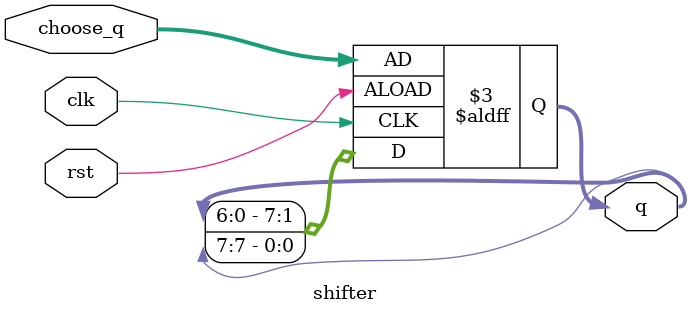
<source format=v>
`timescale 1ns / 1ps


module shifter(
     clk,
     rst,
     choose_q,
     q
    );
    input  clk;
    input  rst;
    input  [7:0] choose_q;
    output reg [7:0] q;
    
    initial
    begin
        q <= 8'b0;
    end
    
    always@( posedge clk or  posedge rst )
    begin
        if(rst)
            q <= choose_q;
        else
        begin
            q[0] <= q[7];
            q[1] <= q[0];
            q[2] <= q[1];
            q[3] <= q[2];
            q[4] <= q[3];
            q[5] <= q[4];
            q[6] <= q[5];
            q[7] <= q[6];
        end
    end
endmodule

</source>
